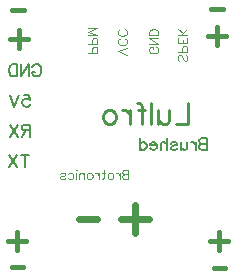
<source format=gbo>
G04 DipTrace Beta 2.3.5.2*
%INLulfroMiniBrush.GBO*%
%MOIN*%
%ADD33C,0.0154*%
%ADD82C,0.0062*%
%ADD83C,0.0046*%
%ADD84C,0.0241*%
%ADD86C,0.0108*%
%FSLAX44Y44*%
G04*
G70*
G90*
G75*
G01*
%LNBottom BottomSilk*%
%LPD*%
X1857Y7199D2*
D82*
X1876Y7237D1*
X1914Y7275D1*
X1952Y7294D1*
X2029D1*
X2067Y7275D1*
X2105Y7237D1*
X2125Y7199D1*
X2144Y7141D1*
Y7045D1*
X2125Y6988D1*
X2105Y6950D1*
X2067Y6912D1*
X2029Y6892D1*
X1952D1*
X1914Y6912D1*
X1876Y6950D1*
X1857Y6988D1*
Y7045D1*
X1952D1*
X1465Y7294D2*
Y6892D1*
X1733Y7294D1*
Y6892D1*
X1342Y7294D2*
Y6892D1*
X1208D1*
X1150Y6912D1*
X1112Y6950D1*
X1093Y6988D1*
X1074Y7045D1*
Y7141D1*
X1093Y7199D1*
X1112Y7237D1*
X1150Y7275D1*
X1208Y7294D1*
X1342D1*
X1562Y6284D2*
X1753D1*
X1772Y6112D1*
X1753Y6131D1*
X1695Y6150D1*
X1638D1*
X1581Y6131D1*
X1542Y6093D1*
X1523Y6035D1*
Y5997D1*
X1542Y5940D1*
X1581Y5901D1*
X1638Y5882D1*
X1695D1*
X1753Y5901D1*
X1772Y5921D1*
X1791Y5959D1*
X1400Y6284D2*
X1247Y5882D1*
X1094Y6284D1*
X1773Y5093D2*
X1601D1*
X1544Y5112D1*
X1524Y5131D1*
X1505Y5169D1*
Y5208D1*
X1524Y5246D1*
X1544Y5265D1*
X1601Y5284D1*
X1773D1*
Y4882D1*
X1639Y5093D2*
X1505Y4882D1*
X1382Y5284D2*
X1114Y4882D1*
Y5284D2*
X1382Y4882D1*
X1609Y4264D2*
Y3862D1*
X1743Y4264D2*
X1475D1*
X1352D2*
X1084Y3862D1*
Y4264D2*
X1352Y3862D1*
X6965Y7611D2*
D83*
X6994Y7582D1*
X7008Y7539D1*
Y7482D1*
X6994Y7439D1*
X6965Y7410D1*
X6937D1*
X6908Y7424D1*
X6894Y7439D1*
X6879Y7467D1*
X6850Y7553D1*
X6836Y7582D1*
X6822Y7596D1*
X6793Y7611D1*
X6750D1*
X6721Y7582D1*
X6707Y7539D1*
Y7482D1*
X6721Y7439D1*
X6750Y7410D1*
X6850Y7703D2*
Y7833D1*
X6865Y7875D1*
X6879Y7890D1*
X6908Y7904D1*
X6951D1*
X6979Y7890D1*
X6994Y7875D1*
X7008Y7833D1*
Y7703D1*
X6707D1*
X7008Y8183D2*
Y7997D1*
X6707D1*
Y8183D1*
X6865Y7997D2*
Y8112D1*
X7008Y8276D2*
X6707D1*
X7008Y8477D2*
X6807Y8276D1*
X6879Y8348D2*
X6707Y8477D1*
X3849Y7680D2*
Y7810D1*
X3864Y7852D1*
X3878Y7867D1*
X3907Y7881D1*
X3950D1*
X3978Y7867D1*
X3993Y7852D1*
X4007Y7810D1*
Y7680D1*
X3706D1*
X3849Y7974D2*
Y8103D1*
X3864Y8146D1*
X3878Y8160D1*
X3907Y8175D1*
X3950D1*
X3978Y8160D1*
X3993Y8146D1*
X4007Y8103D1*
Y7974D1*
X3706D1*
Y8497D2*
X4007D1*
X3706Y8382D1*
X4007Y8267D1*
X3706D1*
X5006Y7612D2*
X4705Y7726D1*
X5006Y7841D1*
X4934Y8149D2*
X4963Y8135D1*
X4992Y8106D1*
X5006Y8077D1*
Y8020D1*
X4992Y7991D1*
X4963Y7963D1*
X4934Y7948D1*
X4891Y7934D1*
X4819D1*
X4777Y7948D1*
X4748Y7963D1*
X4719Y7991D1*
X4705Y8020D1*
Y8077D1*
X4719Y8106D1*
X4748Y8135D1*
X4777Y8149D1*
X4934Y8457D2*
X4963Y8443D1*
X4992Y8414D1*
X5006Y8385D1*
Y8328D1*
X4992Y8299D1*
X4963Y8270D1*
X4934Y8256D1*
X4891Y8242D1*
X4819D1*
X4777Y8256D1*
X4748Y8270D1*
X4719Y8299D1*
X4705Y8328D1*
Y8385D1*
X4719Y8414D1*
X4748Y8443D1*
X4777Y8457D1*
X5977Y7870D2*
X6005Y7855D1*
X6034Y7827D1*
X6048Y7798D1*
Y7741D1*
X6034Y7712D1*
X6005Y7683D1*
X5977Y7669D1*
X5934Y7654D1*
X5862D1*
X5819Y7669D1*
X5790Y7683D1*
X5761Y7712D1*
X5747Y7741D1*
Y7798D1*
X5761Y7827D1*
X5790Y7855D1*
X5819Y7870D1*
X5862D1*
Y7798D1*
X6048Y8163D2*
X5747D1*
X6048Y7962D1*
X5747D1*
X6048Y8256D2*
X5747D1*
Y8356D1*
X5761Y8399D1*
X5790Y8428D1*
X5819Y8443D1*
X5862Y8457D1*
X5934D1*
X5977Y8443D1*
X6005Y8428D1*
X6034Y8399D1*
X6048Y8356D1*
Y8256D1*
X1341Y1709D2*
D33*
Y1107D1*
X1642Y1408D2*
X1039D1*
X8061Y1699D2*
Y1097D1*
X8362Y1398D2*
X7759D1*
X8021Y8549D2*
Y7947D1*
X8322Y8248D2*
X7719D1*
X1421Y8449D2*
Y7847D1*
X1722Y8148D2*
X1119D1*
X1546Y548D2*
X1159D1*
X8286Y498D2*
X7899D1*
X8206Y9128D2*
X7819D1*
X1566Y9098D2*
X1179D1*
X5277Y2602D2*
D84*
Y1655D1*
X5750Y2128D2*
X4803D1*
X4021Y2148D2*
X3413D1*
X7027Y6013D2*
D86*
Y5309D1*
X6625D1*
X6409Y5778D2*
Y5443D1*
X6376Y5343D1*
X6308Y5309D1*
X6208D1*
X6141Y5343D1*
X6040Y5443D1*
Y5778D2*
Y5309D1*
X5824Y6013D2*
Y5309D1*
X5340Y6013D2*
X5407D1*
X5474Y5979D1*
X5508Y5879D1*
Y5309D1*
X5608Y5778D2*
X5374D1*
X5124D2*
Y5309D1*
Y5577D2*
X5090Y5678D1*
X5024Y5745D1*
X4956Y5778D1*
X4856D1*
X4473D2*
X4539Y5745D1*
X4606Y5678D1*
X4640Y5577D1*
Y5510D1*
X4606Y5410D1*
X4539Y5343D1*
X4473Y5309D1*
X4372D1*
X4305Y5343D1*
X4238Y5410D1*
X4204Y5510D1*
Y5577D1*
X4238Y5678D1*
X4305Y5745D1*
X4372Y5778D1*
X4473D1*
X7684Y4834D2*
D82*
Y4432D1*
X7511D1*
X7454Y4452D1*
X7435Y4471D1*
X7416Y4509D1*
Y4566D1*
X7435Y4605D1*
X7454Y4624D1*
X7511Y4643D1*
X7454Y4662D1*
X7435Y4681D1*
X7416Y4719D1*
Y4758D1*
X7435Y4796D1*
X7454Y4815D1*
X7511Y4834D1*
X7684D1*
Y4643D2*
X7511D1*
X7292Y4700D2*
Y4432D1*
Y4585D2*
X7273Y4643D1*
X7235Y4681D1*
X7196Y4700D1*
X7139D1*
X7015D2*
Y4509D1*
X6996Y4452D1*
X6958Y4432D1*
X6900D1*
X6862Y4452D1*
X6805Y4509D1*
Y4700D2*
Y4432D1*
X6471Y4643D2*
X6490Y4681D1*
X6547Y4700D1*
X6605D1*
X6662Y4681D1*
X6681Y4643D1*
X6662Y4605D1*
X6624Y4585D1*
X6528Y4566D1*
X6490Y4547D1*
X6471Y4509D1*
Y4490D1*
X6490Y4452D1*
X6547Y4432D1*
X6605D1*
X6662Y4452D1*
X6681Y4490D1*
X6347Y4834D2*
Y4432D1*
Y4624D2*
X6290Y4681D1*
X6251Y4700D1*
X6194D1*
X6156Y4681D1*
X6137Y4624D1*
Y4432D1*
X6013Y4585D2*
X5784D1*
Y4624D1*
X5803Y4662D1*
X5822Y4681D1*
X5860Y4700D1*
X5918D1*
X5956Y4681D1*
X5994Y4643D1*
X6013Y4585D1*
Y4547D1*
X5994Y4490D1*
X5956Y4452D1*
X5918Y4432D1*
X5860D1*
X5822Y4452D1*
X5784Y4490D1*
X5431Y4834D2*
Y4432D1*
Y4643D2*
X5469Y4681D1*
X5507Y4700D1*
X5565D1*
X5603Y4681D1*
X5641Y4643D1*
X5660Y4585D1*
Y4547D1*
X5641Y4490D1*
X5603Y4452D1*
X5565Y4432D1*
X5507D1*
X5469Y4452D1*
X5431Y4490D1*
X5056Y3768D2*
D83*
Y3467D1*
X4927D1*
X4883Y3481D1*
X4869Y3496D1*
X4855Y3524D1*
Y3567D1*
X4869Y3596D1*
X4883Y3610D1*
X4927Y3625D1*
X4883Y3639D1*
X4869Y3654D1*
X4855Y3682D1*
Y3711D1*
X4869Y3739D1*
X4883Y3754D1*
X4927Y3768D1*
X5056D1*
Y3625D2*
X4927D1*
X4762Y3668D2*
Y3467D1*
Y3582D2*
X4748Y3625D1*
X4719Y3654D1*
X4690Y3668D1*
X4647D1*
X4483D2*
X4512Y3654D1*
X4540Y3625D1*
X4555Y3582D1*
Y3553D1*
X4540Y3510D1*
X4512Y3481D1*
X4483Y3467D1*
X4440D1*
X4411Y3481D1*
X4383Y3510D1*
X4368Y3553D1*
Y3582D1*
X4383Y3625D1*
X4411Y3654D1*
X4440Y3668D1*
X4483D1*
X4232Y3768D2*
Y3524D1*
X4218Y3481D1*
X4189Y3467D1*
X4161D1*
X4275Y3668D2*
X4175D1*
X4068D2*
Y3467D1*
Y3582D2*
X4053Y3625D1*
X4025Y3654D1*
X3996Y3668D1*
X3953D1*
X3789D2*
X3817Y3654D1*
X3846Y3625D1*
X3860Y3582D1*
Y3553D1*
X3846Y3510D1*
X3817Y3481D1*
X3789Y3467D1*
X3745D1*
X3717Y3481D1*
X3688Y3510D1*
X3673Y3553D1*
Y3582D1*
X3688Y3625D1*
X3717Y3654D1*
X3745Y3668D1*
X3789D1*
X3581D2*
Y3467D1*
Y3610D2*
X3538Y3654D1*
X3509Y3668D1*
X3466D1*
X3437Y3654D1*
X3423Y3610D1*
Y3467D1*
X3330Y3768D2*
X3316Y3754D1*
X3302Y3768D1*
X3316Y3783D1*
X3330Y3768D1*
X3316Y3668D2*
Y3467D1*
X3036Y3625D2*
X3065Y3654D1*
X3094Y3668D1*
X3137D1*
X3166Y3654D1*
X3194Y3625D1*
X3209Y3582D1*
Y3553D1*
X3194Y3510D1*
X3166Y3481D1*
X3137Y3467D1*
X3094D1*
X3065Y3481D1*
X3036Y3510D1*
X2786Y3625D2*
X2800Y3654D1*
X2843Y3668D1*
X2886D1*
X2930Y3654D1*
X2944Y3625D1*
X2930Y3596D1*
X2901Y3582D1*
X2829Y3567D1*
X2800Y3553D1*
X2786Y3524D1*
Y3510D1*
X2800Y3481D1*
X2843Y3467D1*
X2886D1*
X2930Y3481D1*
X2944Y3510D1*
M02*

</source>
